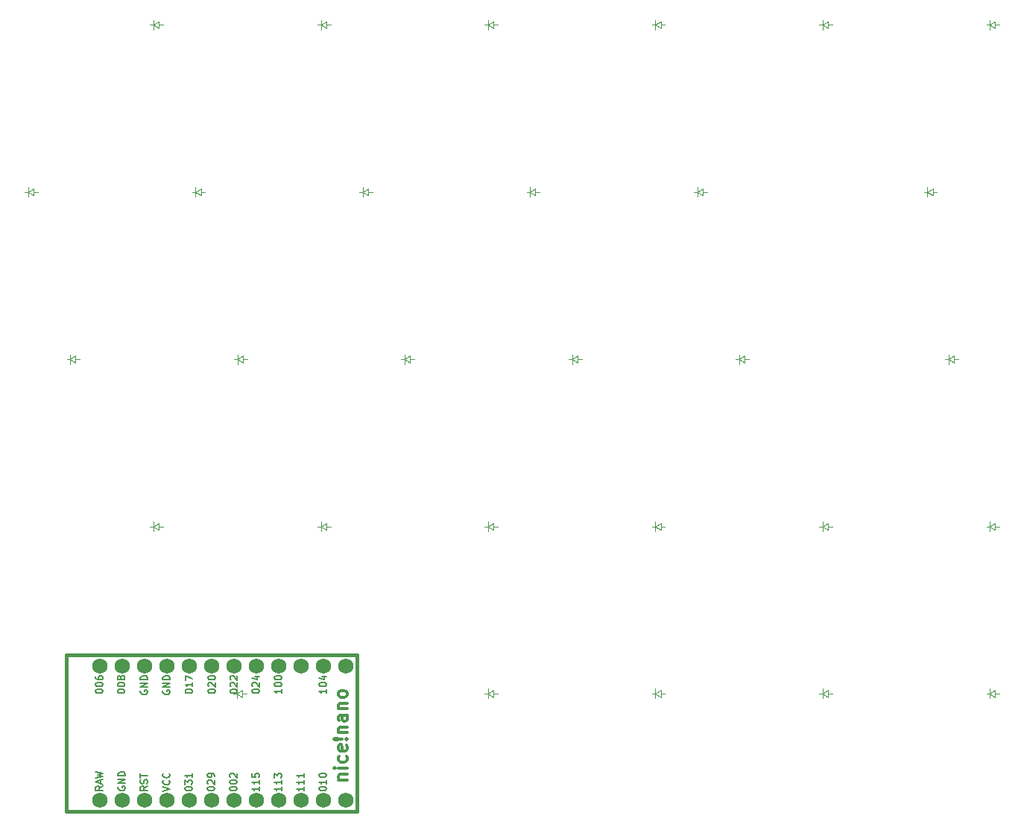
<source format=gbr>
%TF.GenerationSoftware,KiCad,Pcbnew,9.0.7*%
%TF.CreationDate,2026-01-20T23:17:06-08:00*%
%TF.ProjectId,right,72696768-742e-46b6-9963-61645f706362,v1.0.0*%
%TF.SameCoordinates,Original*%
%TF.FileFunction,Legend,Top*%
%TF.FilePolarity,Positive*%
%FSLAX46Y46*%
G04 Gerber Fmt 4.6, Leading zero omitted, Abs format (unit mm)*
G04 Created by KiCad (PCBNEW 9.0.7) date 2026-01-20 23:17:06*
%MOMM*%
%LPD*%
G01*
G04 APERTURE LIST*
%ADD10C,0.150000*%
%ADD11C,0.300000*%
%ADD12C,0.100000*%
%ADD13C,0.381000*%
%ADD14C,1.752600*%
G04 APERTURE END LIST*
D10*
X269725390Y-146148523D02*
X269687295Y-146224713D01*
X269687295Y-146224713D02*
X269687295Y-146338999D01*
X269687295Y-146338999D02*
X269725390Y-146453285D01*
X269725390Y-146453285D02*
X269801580Y-146529475D01*
X269801580Y-146529475D02*
X269877771Y-146567570D01*
X269877771Y-146567570D02*
X270030152Y-146605666D01*
X270030152Y-146605666D02*
X270144438Y-146605666D01*
X270144438Y-146605666D02*
X270296819Y-146567570D01*
X270296819Y-146567570D02*
X270373009Y-146529475D01*
X270373009Y-146529475D02*
X270449200Y-146453285D01*
X270449200Y-146453285D02*
X270487295Y-146338999D01*
X270487295Y-146338999D02*
X270487295Y-146262808D01*
X270487295Y-146262808D02*
X270449200Y-146148523D01*
X270449200Y-146148523D02*
X270411104Y-146110427D01*
X270411104Y-146110427D02*
X270144438Y-146110427D01*
X270144438Y-146110427D02*
X270144438Y-146262808D01*
X270487295Y-145767570D02*
X269687295Y-145767570D01*
X269687295Y-145767570D02*
X270487295Y-145310427D01*
X270487295Y-145310427D02*
X269687295Y-145310427D01*
X270487295Y-144929475D02*
X269687295Y-144929475D01*
X269687295Y-144929475D02*
X269687295Y-144738999D01*
X269687295Y-144738999D02*
X269725390Y-144624713D01*
X269725390Y-144624713D02*
X269801580Y-144548523D01*
X269801580Y-144548523D02*
X269877771Y-144510428D01*
X269877771Y-144510428D02*
X270030152Y-144472332D01*
X270030152Y-144472332D02*
X270144438Y-144472332D01*
X270144438Y-144472332D02*
X270296819Y-144510428D01*
X270296819Y-144510428D02*
X270373009Y-144548523D01*
X270373009Y-144548523D02*
X270449200Y-144624713D01*
X270449200Y-144624713D02*
X270487295Y-144738999D01*
X270487295Y-144738999D02*
X270487295Y-144929475D01*
X272227295Y-157337190D02*
X272227295Y-157261000D01*
X272227295Y-157261000D02*
X272265390Y-157184809D01*
X272265390Y-157184809D02*
X272303485Y-157146714D01*
X272303485Y-157146714D02*
X272379676Y-157108619D01*
X272379676Y-157108619D02*
X272532057Y-157070524D01*
X272532057Y-157070524D02*
X272722533Y-157070524D01*
X272722533Y-157070524D02*
X272874914Y-157108619D01*
X272874914Y-157108619D02*
X272951104Y-157146714D01*
X272951104Y-157146714D02*
X272989200Y-157184809D01*
X272989200Y-157184809D02*
X273027295Y-157261000D01*
X273027295Y-157261000D02*
X273027295Y-157337190D01*
X273027295Y-157337190D02*
X272989200Y-157413381D01*
X272989200Y-157413381D02*
X272951104Y-157451476D01*
X272951104Y-157451476D02*
X272874914Y-157489571D01*
X272874914Y-157489571D02*
X272722533Y-157527667D01*
X272722533Y-157527667D02*
X272532057Y-157527667D01*
X272532057Y-157527667D02*
X272379676Y-157489571D01*
X272379676Y-157489571D02*
X272303485Y-157451476D01*
X272303485Y-157451476D02*
X272265390Y-157413381D01*
X272265390Y-157413381D02*
X272227295Y-157337190D01*
X272227295Y-156803857D02*
X272227295Y-156308619D01*
X272227295Y-156308619D02*
X272532057Y-156575285D01*
X272532057Y-156575285D02*
X272532057Y-156461000D01*
X272532057Y-156461000D02*
X272570152Y-156384809D01*
X272570152Y-156384809D02*
X272608247Y-156346714D01*
X272608247Y-156346714D02*
X272684438Y-156308619D01*
X272684438Y-156308619D02*
X272874914Y-156308619D01*
X272874914Y-156308619D02*
X272951104Y-156346714D01*
X272951104Y-156346714D02*
X272989200Y-156384809D01*
X272989200Y-156384809D02*
X273027295Y-156461000D01*
X273027295Y-156461000D02*
X273027295Y-156689571D01*
X273027295Y-156689571D02*
X272989200Y-156765762D01*
X272989200Y-156765762D02*
X272951104Y-156803857D01*
X273027295Y-155546714D02*
X273027295Y-156003857D01*
X273027295Y-155775285D02*
X272227295Y-155775285D01*
X272227295Y-155775285D02*
X272341580Y-155851476D01*
X272341580Y-155851476D02*
X272417771Y-155927666D01*
X272417771Y-155927666D02*
X272455866Y-156003857D01*
X272237295Y-146262809D02*
X272237295Y-146186619D01*
X272237295Y-146186619D02*
X272275390Y-146110428D01*
X272275390Y-146110428D02*
X272313485Y-146072333D01*
X272313485Y-146072333D02*
X272389676Y-146034238D01*
X272389676Y-146034238D02*
X272542057Y-145996143D01*
X272542057Y-145996143D02*
X272732533Y-145996143D01*
X272732533Y-145996143D02*
X272884914Y-146034238D01*
X272884914Y-146034238D02*
X272961104Y-146072333D01*
X272961104Y-146072333D02*
X272999200Y-146110428D01*
X272999200Y-146110428D02*
X273037295Y-146186619D01*
X273037295Y-146186619D02*
X273037295Y-146262809D01*
X273037295Y-146262809D02*
X272999200Y-146339000D01*
X272999200Y-146339000D02*
X272961104Y-146377095D01*
X272961104Y-146377095D02*
X272884914Y-146415190D01*
X272884914Y-146415190D02*
X272732533Y-146453286D01*
X272732533Y-146453286D02*
X272542057Y-146453286D01*
X272542057Y-146453286D02*
X272389676Y-146415190D01*
X272389676Y-146415190D02*
X272313485Y-146377095D01*
X272313485Y-146377095D02*
X272275390Y-146339000D01*
X272275390Y-146339000D02*
X272237295Y-146262809D01*
X273037295Y-145234238D02*
X273037295Y-145691381D01*
X273037295Y-145462809D02*
X272237295Y-145462809D01*
X272237295Y-145462809D02*
X272351580Y-145539000D01*
X272351580Y-145539000D02*
X272427771Y-145615190D01*
X272427771Y-145615190D02*
X272465866Y-145691381D01*
X272237295Y-144967571D02*
X272237295Y-144434237D01*
X272237295Y-144434237D02*
X273037295Y-144777095D01*
X269687295Y-157603857D02*
X270487295Y-157337190D01*
X270487295Y-157337190D02*
X269687295Y-157070524D01*
X270411104Y-156346714D02*
X270449200Y-156384810D01*
X270449200Y-156384810D02*
X270487295Y-156499095D01*
X270487295Y-156499095D02*
X270487295Y-156575286D01*
X270487295Y-156575286D02*
X270449200Y-156689572D01*
X270449200Y-156689572D02*
X270373009Y-156765762D01*
X270373009Y-156765762D02*
X270296819Y-156803857D01*
X270296819Y-156803857D02*
X270144438Y-156841953D01*
X270144438Y-156841953D02*
X270030152Y-156841953D01*
X270030152Y-156841953D02*
X269877771Y-156803857D01*
X269877771Y-156803857D02*
X269801580Y-156765762D01*
X269801580Y-156765762D02*
X269725390Y-156689572D01*
X269725390Y-156689572D02*
X269687295Y-156575286D01*
X269687295Y-156575286D02*
X269687295Y-156499095D01*
X269687295Y-156499095D02*
X269725390Y-156384810D01*
X269725390Y-156384810D02*
X269763485Y-156346714D01*
X270411104Y-155546714D02*
X270449200Y-155584810D01*
X270449200Y-155584810D02*
X270487295Y-155699095D01*
X270487295Y-155699095D02*
X270487295Y-155775286D01*
X270487295Y-155775286D02*
X270449200Y-155889572D01*
X270449200Y-155889572D02*
X270373009Y-155965762D01*
X270373009Y-155965762D02*
X270296819Y-156003857D01*
X270296819Y-156003857D02*
X270144438Y-156041953D01*
X270144438Y-156041953D02*
X270030152Y-156041953D01*
X270030152Y-156041953D02*
X269877771Y-156003857D01*
X269877771Y-156003857D02*
X269801580Y-155965762D01*
X269801580Y-155965762D02*
X269725390Y-155889572D01*
X269725390Y-155889572D02*
X269687295Y-155775286D01*
X269687295Y-155775286D02*
X269687295Y-155699095D01*
X269687295Y-155699095D02*
X269725390Y-155584810D01*
X269725390Y-155584810D02*
X269763485Y-155546714D01*
X274837295Y-146262809D02*
X274837295Y-146186619D01*
X274837295Y-146186619D02*
X274875390Y-146110428D01*
X274875390Y-146110428D02*
X274913485Y-146072333D01*
X274913485Y-146072333D02*
X274989676Y-146034238D01*
X274989676Y-146034238D02*
X275142057Y-145996143D01*
X275142057Y-145996143D02*
X275332533Y-145996143D01*
X275332533Y-145996143D02*
X275484914Y-146034238D01*
X275484914Y-146034238D02*
X275561104Y-146072333D01*
X275561104Y-146072333D02*
X275599200Y-146110428D01*
X275599200Y-146110428D02*
X275637295Y-146186619D01*
X275637295Y-146186619D02*
X275637295Y-146262809D01*
X275637295Y-146262809D02*
X275599200Y-146339000D01*
X275599200Y-146339000D02*
X275561104Y-146377095D01*
X275561104Y-146377095D02*
X275484914Y-146415190D01*
X275484914Y-146415190D02*
X275332533Y-146453286D01*
X275332533Y-146453286D02*
X275142057Y-146453286D01*
X275142057Y-146453286D02*
X274989676Y-146415190D01*
X274989676Y-146415190D02*
X274913485Y-146377095D01*
X274913485Y-146377095D02*
X274875390Y-146339000D01*
X274875390Y-146339000D02*
X274837295Y-146262809D01*
X274913485Y-145691381D02*
X274875390Y-145653285D01*
X274875390Y-145653285D02*
X274837295Y-145577095D01*
X274837295Y-145577095D02*
X274837295Y-145386619D01*
X274837295Y-145386619D02*
X274875390Y-145310428D01*
X274875390Y-145310428D02*
X274913485Y-145272333D01*
X274913485Y-145272333D02*
X274989676Y-145234238D01*
X274989676Y-145234238D02*
X275065866Y-145234238D01*
X275065866Y-145234238D02*
X275180152Y-145272333D01*
X275180152Y-145272333D02*
X275637295Y-145729476D01*
X275637295Y-145729476D02*
X275637295Y-145234238D01*
X274837295Y-144738999D02*
X274837295Y-144662809D01*
X274837295Y-144662809D02*
X274875390Y-144586618D01*
X274875390Y-144586618D02*
X274913485Y-144548523D01*
X274913485Y-144548523D02*
X274989676Y-144510428D01*
X274989676Y-144510428D02*
X275142057Y-144472333D01*
X275142057Y-144472333D02*
X275332533Y-144472333D01*
X275332533Y-144472333D02*
X275484914Y-144510428D01*
X275484914Y-144510428D02*
X275561104Y-144548523D01*
X275561104Y-144548523D02*
X275599200Y-144586618D01*
X275599200Y-144586618D02*
X275637295Y-144662809D01*
X275637295Y-144662809D02*
X275637295Y-144738999D01*
X275637295Y-144738999D02*
X275599200Y-144815190D01*
X275599200Y-144815190D02*
X275561104Y-144853285D01*
X275561104Y-144853285D02*
X275484914Y-144891380D01*
X275484914Y-144891380D02*
X275332533Y-144929476D01*
X275332533Y-144929476D02*
X275142057Y-144929476D01*
X275142057Y-144929476D02*
X274989676Y-144891380D01*
X274989676Y-144891380D02*
X274913485Y-144853285D01*
X274913485Y-144853285D02*
X274875390Y-144815190D01*
X274875390Y-144815190D02*
X274837295Y-144738999D01*
X280647295Y-157070524D02*
X280647295Y-157527667D01*
X280647295Y-157299095D02*
X279847295Y-157299095D01*
X279847295Y-157299095D02*
X279961580Y-157375286D01*
X279961580Y-157375286D02*
X280037771Y-157451476D01*
X280037771Y-157451476D02*
X280075866Y-157527667D01*
X280647295Y-156308619D02*
X280647295Y-156765762D01*
X280647295Y-156537190D02*
X279847295Y-156537190D01*
X279847295Y-156537190D02*
X279961580Y-156613381D01*
X279961580Y-156613381D02*
X280037771Y-156689571D01*
X280037771Y-156689571D02*
X280075866Y-156765762D01*
X279847295Y-155584809D02*
X279847295Y-155965761D01*
X279847295Y-155965761D02*
X280228247Y-156003857D01*
X280228247Y-156003857D02*
X280190152Y-155965761D01*
X280190152Y-155965761D02*
X280152057Y-155889571D01*
X280152057Y-155889571D02*
X280152057Y-155699095D01*
X280152057Y-155699095D02*
X280190152Y-155622904D01*
X280190152Y-155622904D02*
X280228247Y-155584809D01*
X280228247Y-155584809D02*
X280304438Y-155546714D01*
X280304438Y-155546714D02*
X280494914Y-155546714D01*
X280494914Y-155546714D02*
X280571104Y-155584809D01*
X280571104Y-155584809D02*
X280609200Y-155622904D01*
X280609200Y-155622904D02*
X280647295Y-155699095D01*
X280647295Y-155699095D02*
X280647295Y-155889571D01*
X280647295Y-155889571D02*
X280609200Y-155965761D01*
X280609200Y-155965761D02*
X280571104Y-156003857D01*
X277337295Y-146262809D02*
X277337295Y-146186619D01*
X277337295Y-146186619D02*
X277375390Y-146110428D01*
X277375390Y-146110428D02*
X277413485Y-146072333D01*
X277413485Y-146072333D02*
X277489676Y-146034238D01*
X277489676Y-146034238D02*
X277642057Y-145996143D01*
X277642057Y-145996143D02*
X277832533Y-145996143D01*
X277832533Y-145996143D02*
X277984914Y-146034238D01*
X277984914Y-146034238D02*
X278061104Y-146072333D01*
X278061104Y-146072333D02*
X278099200Y-146110428D01*
X278099200Y-146110428D02*
X278137295Y-146186619D01*
X278137295Y-146186619D02*
X278137295Y-146262809D01*
X278137295Y-146262809D02*
X278099200Y-146339000D01*
X278099200Y-146339000D02*
X278061104Y-146377095D01*
X278061104Y-146377095D02*
X277984914Y-146415190D01*
X277984914Y-146415190D02*
X277832533Y-146453286D01*
X277832533Y-146453286D02*
X277642057Y-146453286D01*
X277642057Y-146453286D02*
X277489676Y-146415190D01*
X277489676Y-146415190D02*
X277413485Y-146377095D01*
X277413485Y-146377095D02*
X277375390Y-146339000D01*
X277375390Y-146339000D02*
X277337295Y-146262809D01*
X277413485Y-145691381D02*
X277375390Y-145653285D01*
X277375390Y-145653285D02*
X277337295Y-145577095D01*
X277337295Y-145577095D02*
X277337295Y-145386619D01*
X277337295Y-145386619D02*
X277375390Y-145310428D01*
X277375390Y-145310428D02*
X277413485Y-145272333D01*
X277413485Y-145272333D02*
X277489676Y-145234238D01*
X277489676Y-145234238D02*
X277565866Y-145234238D01*
X277565866Y-145234238D02*
X277680152Y-145272333D01*
X277680152Y-145272333D02*
X278137295Y-145729476D01*
X278137295Y-145729476D02*
X278137295Y-145234238D01*
X277413485Y-144929476D02*
X277375390Y-144891380D01*
X277375390Y-144891380D02*
X277337295Y-144815190D01*
X277337295Y-144815190D02*
X277337295Y-144624714D01*
X277337295Y-144624714D02*
X277375390Y-144548523D01*
X277375390Y-144548523D02*
X277413485Y-144510428D01*
X277413485Y-144510428D02*
X277489676Y-144472333D01*
X277489676Y-144472333D02*
X277565866Y-144472333D01*
X277565866Y-144472333D02*
X277680152Y-144510428D01*
X277680152Y-144510428D02*
X278137295Y-144967571D01*
X278137295Y-144967571D02*
X278137295Y-144472333D01*
X274767295Y-157337190D02*
X274767295Y-157261000D01*
X274767295Y-157261000D02*
X274805390Y-157184809D01*
X274805390Y-157184809D02*
X274843485Y-157146714D01*
X274843485Y-157146714D02*
X274919676Y-157108619D01*
X274919676Y-157108619D02*
X275072057Y-157070524D01*
X275072057Y-157070524D02*
X275262533Y-157070524D01*
X275262533Y-157070524D02*
X275414914Y-157108619D01*
X275414914Y-157108619D02*
X275491104Y-157146714D01*
X275491104Y-157146714D02*
X275529200Y-157184809D01*
X275529200Y-157184809D02*
X275567295Y-157261000D01*
X275567295Y-157261000D02*
X275567295Y-157337190D01*
X275567295Y-157337190D02*
X275529200Y-157413381D01*
X275529200Y-157413381D02*
X275491104Y-157451476D01*
X275491104Y-157451476D02*
X275414914Y-157489571D01*
X275414914Y-157489571D02*
X275262533Y-157527667D01*
X275262533Y-157527667D02*
X275072057Y-157527667D01*
X275072057Y-157527667D02*
X274919676Y-157489571D01*
X274919676Y-157489571D02*
X274843485Y-157451476D01*
X274843485Y-157451476D02*
X274805390Y-157413381D01*
X274805390Y-157413381D02*
X274767295Y-157337190D01*
X274843485Y-156765762D02*
X274805390Y-156727666D01*
X274805390Y-156727666D02*
X274767295Y-156651476D01*
X274767295Y-156651476D02*
X274767295Y-156461000D01*
X274767295Y-156461000D02*
X274805390Y-156384809D01*
X274805390Y-156384809D02*
X274843485Y-156346714D01*
X274843485Y-156346714D02*
X274919676Y-156308619D01*
X274919676Y-156308619D02*
X274995866Y-156308619D01*
X274995866Y-156308619D02*
X275110152Y-156346714D01*
X275110152Y-156346714D02*
X275567295Y-156803857D01*
X275567295Y-156803857D02*
X275567295Y-156308619D01*
X275567295Y-155927666D02*
X275567295Y-155775285D01*
X275567295Y-155775285D02*
X275529200Y-155699095D01*
X275529200Y-155699095D02*
X275491104Y-155660999D01*
X275491104Y-155660999D02*
X275376819Y-155584809D01*
X275376819Y-155584809D02*
X275224438Y-155546714D01*
X275224438Y-155546714D02*
X274919676Y-155546714D01*
X274919676Y-155546714D02*
X274843485Y-155584809D01*
X274843485Y-155584809D02*
X274805390Y-155622904D01*
X274805390Y-155622904D02*
X274767295Y-155699095D01*
X274767295Y-155699095D02*
X274767295Y-155851476D01*
X274767295Y-155851476D02*
X274805390Y-155927666D01*
X274805390Y-155927666D02*
X274843485Y-155965761D01*
X274843485Y-155965761D02*
X274919676Y-156003857D01*
X274919676Y-156003857D02*
X275110152Y-156003857D01*
X275110152Y-156003857D02*
X275186342Y-155965761D01*
X275186342Y-155965761D02*
X275224438Y-155927666D01*
X275224438Y-155927666D02*
X275262533Y-155851476D01*
X275262533Y-155851476D02*
X275262533Y-155699095D01*
X275262533Y-155699095D02*
X275224438Y-155622904D01*
X275224438Y-155622904D02*
X275186342Y-155584809D01*
X275186342Y-155584809D02*
X275110152Y-155546714D01*
X264537295Y-146262809D02*
X264537295Y-146186619D01*
X264537295Y-146186619D02*
X264575390Y-146110428D01*
X264575390Y-146110428D02*
X264613485Y-146072333D01*
X264613485Y-146072333D02*
X264689676Y-146034238D01*
X264689676Y-146034238D02*
X264842057Y-145996143D01*
X264842057Y-145996143D02*
X265032533Y-145996143D01*
X265032533Y-145996143D02*
X265184914Y-146034238D01*
X265184914Y-146034238D02*
X265261104Y-146072333D01*
X265261104Y-146072333D02*
X265299200Y-146110428D01*
X265299200Y-146110428D02*
X265337295Y-146186619D01*
X265337295Y-146186619D02*
X265337295Y-146262809D01*
X265337295Y-146262809D02*
X265299200Y-146339000D01*
X265299200Y-146339000D02*
X265261104Y-146377095D01*
X265261104Y-146377095D02*
X265184914Y-146415190D01*
X265184914Y-146415190D02*
X265032533Y-146453286D01*
X265032533Y-146453286D02*
X264842057Y-146453286D01*
X264842057Y-146453286D02*
X264689676Y-146415190D01*
X264689676Y-146415190D02*
X264613485Y-146377095D01*
X264613485Y-146377095D02*
X264575390Y-146339000D01*
X264575390Y-146339000D02*
X264537295Y-146262809D01*
X264537295Y-145500904D02*
X264537295Y-145424714D01*
X264537295Y-145424714D02*
X264575390Y-145348523D01*
X264575390Y-145348523D02*
X264613485Y-145310428D01*
X264613485Y-145310428D02*
X264689676Y-145272333D01*
X264689676Y-145272333D02*
X264842057Y-145234238D01*
X264842057Y-145234238D02*
X265032533Y-145234238D01*
X265032533Y-145234238D02*
X265184914Y-145272333D01*
X265184914Y-145272333D02*
X265261104Y-145310428D01*
X265261104Y-145310428D02*
X265299200Y-145348523D01*
X265299200Y-145348523D02*
X265337295Y-145424714D01*
X265337295Y-145424714D02*
X265337295Y-145500904D01*
X265337295Y-145500904D02*
X265299200Y-145577095D01*
X265299200Y-145577095D02*
X265261104Y-145615190D01*
X265261104Y-145615190D02*
X265184914Y-145653285D01*
X265184914Y-145653285D02*
X265032533Y-145691381D01*
X265032533Y-145691381D02*
X264842057Y-145691381D01*
X264842057Y-145691381D02*
X264689676Y-145653285D01*
X264689676Y-145653285D02*
X264613485Y-145615190D01*
X264613485Y-145615190D02*
X264575390Y-145577095D01*
X264575390Y-145577095D02*
X264537295Y-145500904D01*
X264880152Y-144777095D02*
X264842057Y-144853285D01*
X264842057Y-144853285D02*
X264803961Y-144891380D01*
X264803961Y-144891380D02*
X264727771Y-144929476D01*
X264727771Y-144929476D02*
X264689676Y-144929476D01*
X264689676Y-144929476D02*
X264613485Y-144891380D01*
X264613485Y-144891380D02*
X264575390Y-144853285D01*
X264575390Y-144853285D02*
X264537295Y-144777095D01*
X264537295Y-144777095D02*
X264537295Y-144624714D01*
X264537295Y-144624714D02*
X264575390Y-144548523D01*
X264575390Y-144548523D02*
X264613485Y-144510428D01*
X264613485Y-144510428D02*
X264689676Y-144472333D01*
X264689676Y-144472333D02*
X264727771Y-144472333D01*
X264727771Y-144472333D02*
X264803961Y-144510428D01*
X264803961Y-144510428D02*
X264842057Y-144548523D01*
X264842057Y-144548523D02*
X264880152Y-144624714D01*
X264880152Y-144624714D02*
X264880152Y-144777095D01*
X264880152Y-144777095D02*
X264918247Y-144853285D01*
X264918247Y-144853285D02*
X264956342Y-144891380D01*
X264956342Y-144891380D02*
X265032533Y-144929476D01*
X265032533Y-144929476D02*
X265184914Y-144929476D01*
X265184914Y-144929476D02*
X265261104Y-144891380D01*
X265261104Y-144891380D02*
X265299200Y-144853285D01*
X265299200Y-144853285D02*
X265337295Y-144777095D01*
X265337295Y-144777095D02*
X265337295Y-144624714D01*
X265337295Y-144624714D02*
X265299200Y-144548523D01*
X265299200Y-144548523D02*
X265261104Y-144510428D01*
X265261104Y-144510428D02*
X265184914Y-144472333D01*
X265184914Y-144472333D02*
X265032533Y-144472333D01*
X265032533Y-144472333D02*
X264956342Y-144510428D01*
X264956342Y-144510428D02*
X264918247Y-144548523D01*
X264918247Y-144548523D02*
X264880152Y-144624714D01*
X262867295Y-157026095D02*
X262486342Y-157292762D01*
X262867295Y-157483238D02*
X262067295Y-157483238D01*
X262067295Y-157483238D02*
X262067295Y-157178476D01*
X262067295Y-157178476D02*
X262105390Y-157102286D01*
X262105390Y-157102286D02*
X262143485Y-157064191D01*
X262143485Y-157064191D02*
X262219676Y-157026095D01*
X262219676Y-157026095D02*
X262333961Y-157026095D01*
X262333961Y-157026095D02*
X262410152Y-157064191D01*
X262410152Y-157064191D02*
X262448247Y-157102286D01*
X262448247Y-157102286D02*
X262486342Y-157178476D01*
X262486342Y-157178476D02*
X262486342Y-157483238D01*
X262638723Y-156721334D02*
X262638723Y-156340381D01*
X262867295Y-156797524D02*
X262067295Y-156530857D01*
X262067295Y-156530857D02*
X262867295Y-156264191D01*
X262067295Y-156073715D02*
X262867295Y-155883239D01*
X262867295Y-155883239D02*
X262295866Y-155730858D01*
X262295866Y-155730858D02*
X262867295Y-155578477D01*
X262867295Y-155578477D02*
X262067295Y-155388001D01*
X279847295Y-146262809D02*
X279847295Y-146186619D01*
X279847295Y-146186619D02*
X279885390Y-146110428D01*
X279885390Y-146110428D02*
X279923485Y-146072333D01*
X279923485Y-146072333D02*
X279999676Y-146034238D01*
X279999676Y-146034238D02*
X280152057Y-145996143D01*
X280152057Y-145996143D02*
X280342533Y-145996143D01*
X280342533Y-145996143D02*
X280494914Y-146034238D01*
X280494914Y-146034238D02*
X280571104Y-146072333D01*
X280571104Y-146072333D02*
X280609200Y-146110428D01*
X280609200Y-146110428D02*
X280647295Y-146186619D01*
X280647295Y-146186619D02*
X280647295Y-146262809D01*
X280647295Y-146262809D02*
X280609200Y-146339000D01*
X280609200Y-146339000D02*
X280571104Y-146377095D01*
X280571104Y-146377095D02*
X280494914Y-146415190D01*
X280494914Y-146415190D02*
X280342533Y-146453286D01*
X280342533Y-146453286D02*
X280152057Y-146453286D01*
X280152057Y-146453286D02*
X279999676Y-146415190D01*
X279999676Y-146415190D02*
X279923485Y-146377095D01*
X279923485Y-146377095D02*
X279885390Y-146339000D01*
X279885390Y-146339000D02*
X279847295Y-146262809D01*
X279923485Y-145691381D02*
X279885390Y-145653285D01*
X279885390Y-145653285D02*
X279847295Y-145577095D01*
X279847295Y-145577095D02*
X279847295Y-145386619D01*
X279847295Y-145386619D02*
X279885390Y-145310428D01*
X279885390Y-145310428D02*
X279923485Y-145272333D01*
X279923485Y-145272333D02*
X279999676Y-145234238D01*
X279999676Y-145234238D02*
X280075866Y-145234238D01*
X280075866Y-145234238D02*
X280190152Y-145272333D01*
X280190152Y-145272333D02*
X280647295Y-145729476D01*
X280647295Y-145729476D02*
X280647295Y-145234238D01*
X280113961Y-144548523D02*
X280647295Y-144548523D01*
X279809200Y-144738999D02*
X280380628Y-144929476D01*
X280380628Y-144929476D02*
X280380628Y-144434237D01*
X287467295Y-157337190D02*
X287467295Y-157261000D01*
X287467295Y-157261000D02*
X287505390Y-157184809D01*
X287505390Y-157184809D02*
X287543485Y-157146714D01*
X287543485Y-157146714D02*
X287619676Y-157108619D01*
X287619676Y-157108619D02*
X287772057Y-157070524D01*
X287772057Y-157070524D02*
X287962533Y-157070524D01*
X287962533Y-157070524D02*
X288114914Y-157108619D01*
X288114914Y-157108619D02*
X288191104Y-157146714D01*
X288191104Y-157146714D02*
X288229200Y-157184809D01*
X288229200Y-157184809D02*
X288267295Y-157261000D01*
X288267295Y-157261000D02*
X288267295Y-157337190D01*
X288267295Y-157337190D02*
X288229200Y-157413381D01*
X288229200Y-157413381D02*
X288191104Y-157451476D01*
X288191104Y-157451476D02*
X288114914Y-157489571D01*
X288114914Y-157489571D02*
X287962533Y-157527667D01*
X287962533Y-157527667D02*
X287772057Y-157527667D01*
X287772057Y-157527667D02*
X287619676Y-157489571D01*
X287619676Y-157489571D02*
X287543485Y-157451476D01*
X287543485Y-157451476D02*
X287505390Y-157413381D01*
X287505390Y-157413381D02*
X287467295Y-157337190D01*
X288267295Y-156308619D02*
X288267295Y-156765762D01*
X288267295Y-156537190D02*
X287467295Y-156537190D01*
X287467295Y-156537190D02*
X287581580Y-156613381D01*
X287581580Y-156613381D02*
X287657771Y-156689571D01*
X287657771Y-156689571D02*
X287695866Y-156765762D01*
X287467295Y-155813380D02*
X287467295Y-155737190D01*
X287467295Y-155737190D02*
X287505390Y-155660999D01*
X287505390Y-155660999D02*
X287543485Y-155622904D01*
X287543485Y-155622904D02*
X287619676Y-155584809D01*
X287619676Y-155584809D02*
X287772057Y-155546714D01*
X287772057Y-155546714D02*
X287962533Y-155546714D01*
X287962533Y-155546714D02*
X288114914Y-155584809D01*
X288114914Y-155584809D02*
X288191104Y-155622904D01*
X288191104Y-155622904D02*
X288229200Y-155660999D01*
X288229200Y-155660999D02*
X288267295Y-155737190D01*
X288267295Y-155737190D02*
X288267295Y-155813380D01*
X288267295Y-155813380D02*
X288229200Y-155889571D01*
X288229200Y-155889571D02*
X288191104Y-155927666D01*
X288191104Y-155927666D02*
X288114914Y-155965761D01*
X288114914Y-155965761D02*
X287962533Y-156003857D01*
X287962533Y-156003857D02*
X287772057Y-156003857D01*
X287772057Y-156003857D02*
X287619676Y-155965761D01*
X287619676Y-155965761D02*
X287543485Y-155927666D01*
X287543485Y-155927666D02*
X287505390Y-155889571D01*
X287505390Y-155889571D02*
X287467295Y-155813380D01*
X283187295Y-145996143D02*
X283187295Y-146453286D01*
X283187295Y-146224714D02*
X282387295Y-146224714D01*
X282387295Y-146224714D02*
X282501580Y-146300905D01*
X282501580Y-146300905D02*
X282577771Y-146377095D01*
X282577771Y-146377095D02*
X282615866Y-146453286D01*
X282387295Y-145500904D02*
X282387295Y-145424714D01*
X282387295Y-145424714D02*
X282425390Y-145348523D01*
X282425390Y-145348523D02*
X282463485Y-145310428D01*
X282463485Y-145310428D02*
X282539676Y-145272333D01*
X282539676Y-145272333D02*
X282692057Y-145234238D01*
X282692057Y-145234238D02*
X282882533Y-145234238D01*
X282882533Y-145234238D02*
X283034914Y-145272333D01*
X283034914Y-145272333D02*
X283111104Y-145310428D01*
X283111104Y-145310428D02*
X283149200Y-145348523D01*
X283149200Y-145348523D02*
X283187295Y-145424714D01*
X283187295Y-145424714D02*
X283187295Y-145500904D01*
X283187295Y-145500904D02*
X283149200Y-145577095D01*
X283149200Y-145577095D02*
X283111104Y-145615190D01*
X283111104Y-145615190D02*
X283034914Y-145653285D01*
X283034914Y-145653285D02*
X282882533Y-145691381D01*
X282882533Y-145691381D02*
X282692057Y-145691381D01*
X282692057Y-145691381D02*
X282539676Y-145653285D01*
X282539676Y-145653285D02*
X282463485Y-145615190D01*
X282463485Y-145615190D02*
X282425390Y-145577095D01*
X282425390Y-145577095D02*
X282387295Y-145500904D01*
X282387295Y-144738999D02*
X282387295Y-144662809D01*
X282387295Y-144662809D02*
X282425390Y-144586618D01*
X282425390Y-144586618D02*
X282463485Y-144548523D01*
X282463485Y-144548523D02*
X282539676Y-144510428D01*
X282539676Y-144510428D02*
X282692057Y-144472333D01*
X282692057Y-144472333D02*
X282882533Y-144472333D01*
X282882533Y-144472333D02*
X283034914Y-144510428D01*
X283034914Y-144510428D02*
X283111104Y-144548523D01*
X283111104Y-144548523D02*
X283149200Y-144586618D01*
X283149200Y-144586618D02*
X283187295Y-144662809D01*
X283187295Y-144662809D02*
X283187295Y-144738999D01*
X283187295Y-144738999D02*
X283149200Y-144815190D01*
X283149200Y-144815190D02*
X283111104Y-144853285D01*
X283111104Y-144853285D02*
X283034914Y-144891380D01*
X283034914Y-144891380D02*
X282882533Y-144929476D01*
X282882533Y-144929476D02*
X282692057Y-144929476D01*
X282692057Y-144929476D02*
X282539676Y-144891380D01*
X282539676Y-144891380D02*
X282463485Y-144853285D01*
X282463485Y-144853285D02*
X282425390Y-144815190D01*
X282425390Y-144815190D02*
X282387295Y-144738999D01*
X283187295Y-157070524D02*
X283187295Y-157527667D01*
X283187295Y-157299095D02*
X282387295Y-157299095D01*
X282387295Y-157299095D02*
X282501580Y-157375286D01*
X282501580Y-157375286D02*
X282577771Y-157451476D01*
X282577771Y-157451476D02*
X282615866Y-157527667D01*
X283187295Y-156308619D02*
X283187295Y-156765762D01*
X283187295Y-156537190D02*
X282387295Y-156537190D01*
X282387295Y-156537190D02*
X282501580Y-156613381D01*
X282501580Y-156613381D02*
X282577771Y-156689571D01*
X282577771Y-156689571D02*
X282615866Y-156765762D01*
X282387295Y-156041952D02*
X282387295Y-155546714D01*
X282387295Y-155546714D02*
X282692057Y-155813380D01*
X282692057Y-155813380D02*
X282692057Y-155699095D01*
X282692057Y-155699095D02*
X282730152Y-155622904D01*
X282730152Y-155622904D02*
X282768247Y-155584809D01*
X282768247Y-155584809D02*
X282844438Y-155546714D01*
X282844438Y-155546714D02*
X283034914Y-155546714D01*
X283034914Y-155546714D02*
X283111104Y-155584809D01*
X283111104Y-155584809D02*
X283149200Y-155622904D01*
X283149200Y-155622904D02*
X283187295Y-155699095D01*
X283187295Y-155699095D02*
X283187295Y-155927666D01*
X283187295Y-155927666D02*
X283149200Y-156003857D01*
X283149200Y-156003857D02*
X283111104Y-156041952D01*
X277307295Y-157337190D02*
X277307295Y-157261000D01*
X277307295Y-157261000D02*
X277345390Y-157184809D01*
X277345390Y-157184809D02*
X277383485Y-157146714D01*
X277383485Y-157146714D02*
X277459676Y-157108619D01*
X277459676Y-157108619D02*
X277612057Y-157070524D01*
X277612057Y-157070524D02*
X277802533Y-157070524D01*
X277802533Y-157070524D02*
X277954914Y-157108619D01*
X277954914Y-157108619D02*
X278031104Y-157146714D01*
X278031104Y-157146714D02*
X278069200Y-157184809D01*
X278069200Y-157184809D02*
X278107295Y-157261000D01*
X278107295Y-157261000D02*
X278107295Y-157337190D01*
X278107295Y-157337190D02*
X278069200Y-157413381D01*
X278069200Y-157413381D02*
X278031104Y-157451476D01*
X278031104Y-157451476D02*
X277954914Y-157489571D01*
X277954914Y-157489571D02*
X277802533Y-157527667D01*
X277802533Y-157527667D02*
X277612057Y-157527667D01*
X277612057Y-157527667D02*
X277459676Y-157489571D01*
X277459676Y-157489571D02*
X277383485Y-157451476D01*
X277383485Y-157451476D02*
X277345390Y-157413381D01*
X277345390Y-157413381D02*
X277307295Y-157337190D01*
X277307295Y-156575285D02*
X277307295Y-156499095D01*
X277307295Y-156499095D02*
X277345390Y-156422904D01*
X277345390Y-156422904D02*
X277383485Y-156384809D01*
X277383485Y-156384809D02*
X277459676Y-156346714D01*
X277459676Y-156346714D02*
X277612057Y-156308619D01*
X277612057Y-156308619D02*
X277802533Y-156308619D01*
X277802533Y-156308619D02*
X277954914Y-156346714D01*
X277954914Y-156346714D02*
X278031104Y-156384809D01*
X278031104Y-156384809D02*
X278069200Y-156422904D01*
X278069200Y-156422904D02*
X278107295Y-156499095D01*
X278107295Y-156499095D02*
X278107295Y-156575285D01*
X278107295Y-156575285D02*
X278069200Y-156651476D01*
X278069200Y-156651476D02*
X278031104Y-156689571D01*
X278031104Y-156689571D02*
X277954914Y-156727666D01*
X277954914Y-156727666D02*
X277802533Y-156765762D01*
X277802533Y-156765762D02*
X277612057Y-156765762D01*
X277612057Y-156765762D02*
X277459676Y-156727666D01*
X277459676Y-156727666D02*
X277383485Y-156689571D01*
X277383485Y-156689571D02*
X277345390Y-156651476D01*
X277345390Y-156651476D02*
X277307295Y-156575285D01*
X277383485Y-156003857D02*
X277345390Y-155965761D01*
X277345390Y-155965761D02*
X277307295Y-155889571D01*
X277307295Y-155889571D02*
X277307295Y-155699095D01*
X277307295Y-155699095D02*
X277345390Y-155622904D01*
X277345390Y-155622904D02*
X277383485Y-155584809D01*
X277383485Y-155584809D02*
X277459676Y-155546714D01*
X277459676Y-155546714D02*
X277535866Y-155546714D01*
X277535866Y-155546714D02*
X277650152Y-155584809D01*
X277650152Y-155584809D02*
X278107295Y-156041952D01*
X278107295Y-156041952D02*
X278107295Y-155546714D01*
X267947295Y-157026094D02*
X267566342Y-157292761D01*
X267947295Y-157483237D02*
X267147295Y-157483237D01*
X267147295Y-157483237D02*
X267147295Y-157178475D01*
X267147295Y-157178475D02*
X267185390Y-157102285D01*
X267185390Y-157102285D02*
X267223485Y-157064190D01*
X267223485Y-157064190D02*
X267299676Y-157026094D01*
X267299676Y-157026094D02*
X267413961Y-157026094D01*
X267413961Y-157026094D02*
X267490152Y-157064190D01*
X267490152Y-157064190D02*
X267528247Y-157102285D01*
X267528247Y-157102285D02*
X267566342Y-157178475D01*
X267566342Y-157178475D02*
X267566342Y-157483237D01*
X267909200Y-156721333D02*
X267947295Y-156607047D01*
X267947295Y-156607047D02*
X267947295Y-156416571D01*
X267947295Y-156416571D02*
X267909200Y-156340380D01*
X267909200Y-156340380D02*
X267871104Y-156302285D01*
X267871104Y-156302285D02*
X267794914Y-156264190D01*
X267794914Y-156264190D02*
X267718723Y-156264190D01*
X267718723Y-156264190D02*
X267642533Y-156302285D01*
X267642533Y-156302285D02*
X267604438Y-156340380D01*
X267604438Y-156340380D02*
X267566342Y-156416571D01*
X267566342Y-156416571D02*
X267528247Y-156568952D01*
X267528247Y-156568952D02*
X267490152Y-156645142D01*
X267490152Y-156645142D02*
X267452057Y-156683237D01*
X267452057Y-156683237D02*
X267375866Y-156721333D01*
X267375866Y-156721333D02*
X267299676Y-156721333D01*
X267299676Y-156721333D02*
X267223485Y-156683237D01*
X267223485Y-156683237D02*
X267185390Y-156645142D01*
X267185390Y-156645142D02*
X267147295Y-156568952D01*
X267147295Y-156568952D02*
X267147295Y-156378475D01*
X267147295Y-156378475D02*
X267185390Y-156264190D01*
X267147295Y-156035618D02*
X267147295Y-155578475D01*
X267947295Y-155807047D02*
X267147295Y-155807047D01*
X285727295Y-157070524D02*
X285727295Y-157527667D01*
X285727295Y-157299095D02*
X284927295Y-157299095D01*
X284927295Y-157299095D02*
X285041580Y-157375286D01*
X285041580Y-157375286D02*
X285117771Y-157451476D01*
X285117771Y-157451476D02*
X285155866Y-157527667D01*
X285727295Y-156308619D02*
X285727295Y-156765762D01*
X285727295Y-156537190D02*
X284927295Y-156537190D01*
X284927295Y-156537190D02*
X285041580Y-156613381D01*
X285041580Y-156613381D02*
X285117771Y-156689571D01*
X285117771Y-156689571D02*
X285155866Y-156765762D01*
X285727295Y-155546714D02*
X285727295Y-156003857D01*
X285727295Y-155775285D02*
X284927295Y-155775285D01*
X284927295Y-155775285D02*
X285041580Y-155851476D01*
X285041580Y-155851476D02*
X285117771Y-155927666D01*
X285117771Y-155927666D02*
X285155866Y-156003857D01*
D11*
X289615328Y-156289714D02*
X290615328Y-156289714D01*
X289758185Y-156289714D02*
X289686757Y-156218285D01*
X289686757Y-156218285D02*
X289615328Y-156075428D01*
X289615328Y-156075428D02*
X289615328Y-155861142D01*
X289615328Y-155861142D02*
X289686757Y-155718285D01*
X289686757Y-155718285D02*
X289829614Y-155646857D01*
X289829614Y-155646857D02*
X290615328Y-155646857D01*
X290615328Y-154932571D02*
X289615328Y-154932571D01*
X289115328Y-154932571D02*
X289186757Y-155003999D01*
X289186757Y-155003999D02*
X289258185Y-154932571D01*
X289258185Y-154932571D02*
X289186757Y-154861142D01*
X289186757Y-154861142D02*
X289115328Y-154932571D01*
X289115328Y-154932571D02*
X289258185Y-154932571D01*
X290543900Y-153575428D02*
X290615328Y-153718285D01*
X290615328Y-153718285D02*
X290615328Y-154003999D01*
X290615328Y-154003999D02*
X290543900Y-154146856D01*
X290543900Y-154146856D02*
X290472471Y-154218285D01*
X290472471Y-154218285D02*
X290329614Y-154289713D01*
X290329614Y-154289713D02*
X289901042Y-154289713D01*
X289901042Y-154289713D02*
X289758185Y-154218285D01*
X289758185Y-154218285D02*
X289686757Y-154146856D01*
X289686757Y-154146856D02*
X289615328Y-154003999D01*
X289615328Y-154003999D02*
X289615328Y-153718285D01*
X289615328Y-153718285D02*
X289686757Y-153575428D01*
X290543900Y-152361142D02*
X290615328Y-152503999D01*
X290615328Y-152503999D02*
X290615328Y-152789714D01*
X290615328Y-152789714D02*
X290543900Y-152932571D01*
X290543900Y-152932571D02*
X290401042Y-153003999D01*
X290401042Y-153003999D02*
X289829614Y-153003999D01*
X289829614Y-153003999D02*
X289686757Y-152932571D01*
X289686757Y-152932571D02*
X289615328Y-152789714D01*
X289615328Y-152789714D02*
X289615328Y-152503999D01*
X289615328Y-152503999D02*
X289686757Y-152361142D01*
X289686757Y-152361142D02*
X289829614Y-152289714D01*
X289829614Y-152289714D02*
X289972471Y-152289714D01*
X289972471Y-152289714D02*
X290115328Y-153003999D01*
X290472471Y-151646857D02*
X290543900Y-151575428D01*
X290543900Y-151575428D02*
X290615328Y-151646857D01*
X290615328Y-151646857D02*
X290543900Y-151718285D01*
X290543900Y-151718285D02*
X290472471Y-151646857D01*
X290472471Y-151646857D02*
X290615328Y-151646857D01*
X290043900Y-151646857D02*
X289186757Y-151718285D01*
X289186757Y-151718285D02*
X289115328Y-151646857D01*
X289115328Y-151646857D02*
X289186757Y-151575428D01*
X289186757Y-151575428D02*
X290043900Y-151646857D01*
X290043900Y-151646857D02*
X289115328Y-151646857D01*
X289615328Y-150932571D02*
X290615328Y-150932571D01*
X289758185Y-150932571D02*
X289686757Y-150861142D01*
X289686757Y-150861142D02*
X289615328Y-150718285D01*
X289615328Y-150718285D02*
X289615328Y-150503999D01*
X289615328Y-150503999D02*
X289686757Y-150361142D01*
X289686757Y-150361142D02*
X289829614Y-150289714D01*
X289829614Y-150289714D02*
X290615328Y-150289714D01*
X290615328Y-148932571D02*
X289829614Y-148932571D01*
X289829614Y-148932571D02*
X289686757Y-149003999D01*
X289686757Y-149003999D02*
X289615328Y-149146856D01*
X289615328Y-149146856D02*
X289615328Y-149432571D01*
X289615328Y-149432571D02*
X289686757Y-149575428D01*
X290543900Y-148932571D02*
X290615328Y-149075428D01*
X290615328Y-149075428D02*
X290615328Y-149432571D01*
X290615328Y-149432571D02*
X290543900Y-149575428D01*
X290543900Y-149575428D02*
X290401042Y-149646856D01*
X290401042Y-149646856D02*
X290258185Y-149646856D01*
X290258185Y-149646856D02*
X290115328Y-149575428D01*
X290115328Y-149575428D02*
X290043900Y-149432571D01*
X290043900Y-149432571D02*
X290043900Y-149075428D01*
X290043900Y-149075428D02*
X289972471Y-148932571D01*
X289615328Y-148218285D02*
X290615328Y-148218285D01*
X289758185Y-148218285D02*
X289686757Y-148146856D01*
X289686757Y-148146856D02*
X289615328Y-148003999D01*
X289615328Y-148003999D02*
X289615328Y-147789713D01*
X289615328Y-147789713D02*
X289686757Y-147646856D01*
X289686757Y-147646856D02*
X289829614Y-147575428D01*
X289829614Y-147575428D02*
X290615328Y-147575428D01*
X290615328Y-146646856D02*
X290543900Y-146789713D01*
X290543900Y-146789713D02*
X290472471Y-146861142D01*
X290472471Y-146861142D02*
X290329614Y-146932570D01*
X290329614Y-146932570D02*
X289901042Y-146932570D01*
X289901042Y-146932570D02*
X289758185Y-146861142D01*
X289758185Y-146861142D02*
X289686757Y-146789713D01*
X289686757Y-146789713D02*
X289615328Y-146646856D01*
X289615328Y-146646856D02*
X289615328Y-146432570D01*
X289615328Y-146432570D02*
X289686757Y-146289713D01*
X289686757Y-146289713D02*
X289758185Y-146218285D01*
X289758185Y-146218285D02*
X289901042Y-146146856D01*
X289901042Y-146146856D02*
X290329614Y-146146856D01*
X290329614Y-146146856D02*
X290472471Y-146218285D01*
X290472471Y-146218285D02*
X290543900Y-146289713D01*
X290543900Y-146289713D02*
X290615328Y-146432570D01*
X290615328Y-146432570D02*
X290615328Y-146646856D01*
D10*
X288267295Y-145996143D02*
X288267295Y-146453286D01*
X288267295Y-146224714D02*
X287467295Y-146224714D01*
X287467295Y-146224714D02*
X287581580Y-146300905D01*
X287581580Y-146300905D02*
X287657771Y-146377095D01*
X287657771Y-146377095D02*
X287695866Y-146453286D01*
X287467295Y-145500904D02*
X287467295Y-145424714D01*
X287467295Y-145424714D02*
X287505390Y-145348523D01*
X287505390Y-145348523D02*
X287543485Y-145310428D01*
X287543485Y-145310428D02*
X287619676Y-145272333D01*
X287619676Y-145272333D02*
X287772057Y-145234238D01*
X287772057Y-145234238D02*
X287962533Y-145234238D01*
X287962533Y-145234238D02*
X288114914Y-145272333D01*
X288114914Y-145272333D02*
X288191104Y-145310428D01*
X288191104Y-145310428D02*
X288229200Y-145348523D01*
X288229200Y-145348523D02*
X288267295Y-145424714D01*
X288267295Y-145424714D02*
X288267295Y-145500904D01*
X288267295Y-145500904D02*
X288229200Y-145577095D01*
X288229200Y-145577095D02*
X288191104Y-145615190D01*
X288191104Y-145615190D02*
X288114914Y-145653285D01*
X288114914Y-145653285D02*
X287962533Y-145691381D01*
X287962533Y-145691381D02*
X287772057Y-145691381D01*
X287772057Y-145691381D02*
X287619676Y-145653285D01*
X287619676Y-145653285D02*
X287543485Y-145615190D01*
X287543485Y-145615190D02*
X287505390Y-145577095D01*
X287505390Y-145577095D02*
X287467295Y-145500904D01*
X287733961Y-144548523D02*
X288267295Y-144548523D01*
X287429200Y-144738999D02*
X288000628Y-144929476D01*
X288000628Y-144929476D02*
X288000628Y-144434237D01*
X262067295Y-146262809D02*
X262067295Y-146186619D01*
X262067295Y-146186619D02*
X262105390Y-146110428D01*
X262105390Y-146110428D02*
X262143485Y-146072333D01*
X262143485Y-146072333D02*
X262219676Y-146034238D01*
X262219676Y-146034238D02*
X262372057Y-145996143D01*
X262372057Y-145996143D02*
X262562533Y-145996143D01*
X262562533Y-145996143D02*
X262714914Y-146034238D01*
X262714914Y-146034238D02*
X262791104Y-146072333D01*
X262791104Y-146072333D02*
X262829200Y-146110428D01*
X262829200Y-146110428D02*
X262867295Y-146186619D01*
X262867295Y-146186619D02*
X262867295Y-146262809D01*
X262867295Y-146262809D02*
X262829200Y-146339000D01*
X262829200Y-146339000D02*
X262791104Y-146377095D01*
X262791104Y-146377095D02*
X262714914Y-146415190D01*
X262714914Y-146415190D02*
X262562533Y-146453286D01*
X262562533Y-146453286D02*
X262372057Y-146453286D01*
X262372057Y-146453286D02*
X262219676Y-146415190D01*
X262219676Y-146415190D02*
X262143485Y-146377095D01*
X262143485Y-146377095D02*
X262105390Y-146339000D01*
X262105390Y-146339000D02*
X262067295Y-146262809D01*
X262067295Y-145500904D02*
X262067295Y-145424714D01*
X262067295Y-145424714D02*
X262105390Y-145348523D01*
X262105390Y-145348523D02*
X262143485Y-145310428D01*
X262143485Y-145310428D02*
X262219676Y-145272333D01*
X262219676Y-145272333D02*
X262372057Y-145234238D01*
X262372057Y-145234238D02*
X262562533Y-145234238D01*
X262562533Y-145234238D02*
X262714914Y-145272333D01*
X262714914Y-145272333D02*
X262791104Y-145310428D01*
X262791104Y-145310428D02*
X262829200Y-145348523D01*
X262829200Y-145348523D02*
X262867295Y-145424714D01*
X262867295Y-145424714D02*
X262867295Y-145500904D01*
X262867295Y-145500904D02*
X262829200Y-145577095D01*
X262829200Y-145577095D02*
X262791104Y-145615190D01*
X262791104Y-145615190D02*
X262714914Y-145653285D01*
X262714914Y-145653285D02*
X262562533Y-145691381D01*
X262562533Y-145691381D02*
X262372057Y-145691381D01*
X262372057Y-145691381D02*
X262219676Y-145653285D01*
X262219676Y-145653285D02*
X262143485Y-145615190D01*
X262143485Y-145615190D02*
X262105390Y-145577095D01*
X262105390Y-145577095D02*
X262067295Y-145500904D01*
X262067295Y-144548523D02*
X262067295Y-144700904D01*
X262067295Y-144700904D02*
X262105390Y-144777095D01*
X262105390Y-144777095D02*
X262143485Y-144815190D01*
X262143485Y-144815190D02*
X262257771Y-144891380D01*
X262257771Y-144891380D02*
X262410152Y-144929476D01*
X262410152Y-144929476D02*
X262714914Y-144929476D01*
X262714914Y-144929476D02*
X262791104Y-144891380D01*
X262791104Y-144891380D02*
X262829200Y-144853285D01*
X262829200Y-144853285D02*
X262867295Y-144777095D01*
X262867295Y-144777095D02*
X262867295Y-144624714D01*
X262867295Y-144624714D02*
X262829200Y-144548523D01*
X262829200Y-144548523D02*
X262791104Y-144510428D01*
X262791104Y-144510428D02*
X262714914Y-144472333D01*
X262714914Y-144472333D02*
X262524438Y-144472333D01*
X262524438Y-144472333D02*
X262448247Y-144510428D01*
X262448247Y-144510428D02*
X262410152Y-144548523D01*
X262410152Y-144548523D02*
X262372057Y-144624714D01*
X262372057Y-144624714D02*
X262372057Y-144777095D01*
X262372057Y-144777095D02*
X262410152Y-144853285D01*
X262410152Y-144853285D02*
X262448247Y-144891380D01*
X262448247Y-144891380D02*
X262524438Y-144929476D01*
X267185390Y-146148523D02*
X267147295Y-146224713D01*
X267147295Y-146224713D02*
X267147295Y-146338999D01*
X267147295Y-146338999D02*
X267185390Y-146453285D01*
X267185390Y-146453285D02*
X267261580Y-146529475D01*
X267261580Y-146529475D02*
X267337771Y-146567570D01*
X267337771Y-146567570D02*
X267490152Y-146605666D01*
X267490152Y-146605666D02*
X267604438Y-146605666D01*
X267604438Y-146605666D02*
X267756819Y-146567570D01*
X267756819Y-146567570D02*
X267833009Y-146529475D01*
X267833009Y-146529475D02*
X267909200Y-146453285D01*
X267909200Y-146453285D02*
X267947295Y-146338999D01*
X267947295Y-146338999D02*
X267947295Y-146262808D01*
X267947295Y-146262808D02*
X267909200Y-146148523D01*
X267909200Y-146148523D02*
X267871104Y-146110427D01*
X267871104Y-146110427D02*
X267604438Y-146110427D01*
X267604438Y-146110427D02*
X267604438Y-146262808D01*
X267947295Y-145767570D02*
X267147295Y-145767570D01*
X267147295Y-145767570D02*
X267947295Y-145310427D01*
X267947295Y-145310427D02*
X267147295Y-145310427D01*
X267947295Y-144929475D02*
X267147295Y-144929475D01*
X267147295Y-144929475D02*
X267147295Y-144738999D01*
X267147295Y-144738999D02*
X267185390Y-144624713D01*
X267185390Y-144624713D02*
X267261580Y-144548523D01*
X267261580Y-144548523D02*
X267337771Y-144510428D01*
X267337771Y-144510428D02*
X267490152Y-144472332D01*
X267490152Y-144472332D02*
X267604438Y-144472332D01*
X267604438Y-144472332D02*
X267756819Y-144510428D01*
X267756819Y-144510428D02*
X267833009Y-144548523D01*
X267833009Y-144548523D02*
X267909200Y-144624713D01*
X267909200Y-144624713D02*
X267947295Y-144738999D01*
X267947295Y-144738999D02*
X267947295Y-144929475D01*
X264645390Y-157064190D02*
X264607295Y-157140380D01*
X264607295Y-157140380D02*
X264607295Y-157254666D01*
X264607295Y-157254666D02*
X264645390Y-157368952D01*
X264645390Y-157368952D02*
X264721580Y-157445142D01*
X264721580Y-157445142D02*
X264797771Y-157483237D01*
X264797771Y-157483237D02*
X264950152Y-157521333D01*
X264950152Y-157521333D02*
X265064438Y-157521333D01*
X265064438Y-157521333D02*
X265216819Y-157483237D01*
X265216819Y-157483237D02*
X265293009Y-157445142D01*
X265293009Y-157445142D02*
X265369200Y-157368952D01*
X265369200Y-157368952D02*
X265407295Y-157254666D01*
X265407295Y-157254666D02*
X265407295Y-157178475D01*
X265407295Y-157178475D02*
X265369200Y-157064190D01*
X265369200Y-157064190D02*
X265331104Y-157026094D01*
X265331104Y-157026094D02*
X265064438Y-157026094D01*
X265064438Y-157026094D02*
X265064438Y-157178475D01*
X265407295Y-156683237D02*
X264607295Y-156683237D01*
X264607295Y-156683237D02*
X265407295Y-156226094D01*
X265407295Y-156226094D02*
X264607295Y-156226094D01*
X265407295Y-155845142D02*
X264607295Y-155845142D01*
X264607295Y-155845142D02*
X264607295Y-155654666D01*
X264607295Y-155654666D02*
X264645390Y-155540380D01*
X264645390Y-155540380D02*
X264721580Y-155464190D01*
X264721580Y-155464190D02*
X264797771Y-155426095D01*
X264797771Y-155426095D02*
X264950152Y-155387999D01*
X264950152Y-155387999D02*
X265064438Y-155387999D01*
X265064438Y-155387999D02*
X265216819Y-155426095D01*
X265216819Y-155426095D02*
X265293009Y-155464190D01*
X265293009Y-155464190D02*
X265369200Y-155540380D01*
X265369200Y-155540380D02*
X265407295Y-155654666D01*
X265407295Y-155654666D02*
X265407295Y-155845142D01*
D12*
%TO.C,D21*%
X325250000Y-70500000D02*
X325650000Y-70500000D01*
X325650000Y-70500000D02*
X325650000Y-69950000D01*
X325650000Y-70500000D02*
X325650000Y-71050000D01*
X325650000Y-70500000D02*
X326250000Y-70100000D01*
X326250000Y-70100000D02*
X326250000Y-70900000D01*
X326250000Y-70500000D02*
X326750000Y-70500000D01*
X326250000Y-70900000D02*
X325650000Y-70500000D01*
%TO.C,D27*%
X363250000Y-146500000D02*
X363650000Y-146500000D01*
X363650000Y-146500000D02*
X363650000Y-145950000D01*
X363650000Y-146500000D02*
X363650000Y-147050000D01*
X363650000Y-146500000D02*
X364250000Y-146100000D01*
X364250000Y-146100000D02*
X364250000Y-146900000D01*
X364250000Y-146500000D02*
X364750000Y-146500000D01*
X364250000Y-146900000D02*
X363650000Y-146500000D01*
%TO.C,D17*%
X325250000Y-146500000D02*
X325650000Y-146500000D01*
X325650000Y-146500000D02*
X325650000Y-145950000D01*
X325650000Y-146500000D02*
X325650000Y-147050000D01*
X325650000Y-146500000D02*
X326250000Y-146100000D01*
X326250000Y-146100000D02*
X326250000Y-146900000D01*
X326250000Y-146500000D02*
X326750000Y-146500000D01*
X326250000Y-146900000D02*
X325650000Y-146500000D01*
%TO.C,D16*%
X306250000Y-70500000D02*
X306650000Y-70500000D01*
X306650000Y-70500000D02*
X306650000Y-69950000D01*
X306650000Y-70500000D02*
X306650000Y-71050000D01*
X306650000Y-70500000D02*
X307250000Y-70100000D01*
X307250000Y-70100000D02*
X307250000Y-70900000D01*
X307250000Y-70500000D02*
X307750000Y-70500000D01*
X307250000Y-70900000D02*
X306650000Y-70500000D01*
%TO.C,D7*%
X277725000Y-146500000D02*
X278125000Y-146500000D01*
X278125000Y-146500000D02*
X278125000Y-145950000D01*
X278125000Y-146500000D02*
X278125000Y-147050000D01*
X278125000Y-146500000D02*
X278725000Y-146100000D01*
X278725000Y-146100000D02*
X278725000Y-146900000D01*
X278725000Y-146500000D02*
X279225000Y-146500000D01*
X278725000Y-146900000D02*
X278125000Y-146500000D01*
%TO.C,D1*%
X258775000Y-108500000D02*
X259175000Y-108500000D01*
X259175000Y-108500000D02*
X259175000Y-107950000D01*
X259175000Y-108500000D02*
X259175000Y-109050000D01*
X259175000Y-108500000D02*
X259775000Y-108100000D01*
X259775000Y-108100000D02*
X259775000Y-108900000D01*
X259775000Y-108500000D02*
X260275000Y-108500000D01*
X259775000Y-108900000D02*
X259175000Y-108500000D01*
%TO.C,D4*%
X277775000Y-108500000D02*
X278175000Y-108500000D01*
X278175000Y-108500000D02*
X278175000Y-107950000D01*
X278175000Y-108500000D02*
X278175000Y-109050000D01*
X278175000Y-108500000D02*
X278775000Y-108100000D01*
X278775000Y-108100000D02*
X278775000Y-108900000D01*
X278775000Y-108500000D02*
X279275000Y-108500000D01*
X278775000Y-108900000D02*
X278175000Y-108500000D01*
%TO.C,D2*%
X254012500Y-89500000D02*
X254412500Y-89500000D01*
X254412500Y-89500000D02*
X254412500Y-88950000D01*
X254412500Y-89500000D02*
X254412500Y-90050000D01*
X254412500Y-89500000D02*
X255012500Y-89100000D01*
X255012500Y-89100000D02*
X255012500Y-89900000D01*
X255012500Y-89500000D02*
X255512500Y-89500000D01*
X255012500Y-89900000D02*
X254412500Y-89500000D01*
%TO.C,D18*%
X325250000Y-127500000D02*
X325650000Y-127500000D01*
X325650000Y-127500000D02*
X325650000Y-126950000D01*
X325650000Y-127500000D02*
X325650000Y-128050000D01*
X325650000Y-127500000D02*
X326250000Y-127100000D01*
X326250000Y-127100000D02*
X326250000Y-127900000D01*
X326250000Y-127500000D02*
X326750000Y-127500000D01*
X326250000Y-127900000D02*
X325650000Y-127500000D01*
%TO.C,D14*%
X315775000Y-108500000D02*
X316175000Y-108500000D01*
X316175000Y-108500000D02*
X316175000Y-107950000D01*
X316175000Y-108500000D02*
X316175000Y-109050000D01*
X316175000Y-108500000D02*
X316775000Y-108100000D01*
X316775000Y-108100000D02*
X316775000Y-108900000D01*
X316775000Y-108500000D02*
X317275000Y-108500000D01*
X316775000Y-108900000D02*
X316175000Y-108500000D01*
%TO.C,D25*%
X356156250Y-89500000D02*
X356556250Y-89500000D01*
X356556250Y-89500000D02*
X356556250Y-88950000D01*
X356556250Y-89500000D02*
X356556250Y-90050000D01*
X356556250Y-89500000D02*
X357156250Y-89100000D01*
X357156250Y-89100000D02*
X357156250Y-89900000D01*
X357156250Y-89500000D02*
X357656250Y-89500000D01*
X357156250Y-89900000D02*
X356556250Y-89500000D01*
%TO.C,D12*%
X306250000Y-146500000D02*
X306650000Y-146500000D01*
X306650000Y-146500000D02*
X306650000Y-145950000D01*
X306650000Y-146500000D02*
X306650000Y-147050000D01*
X306650000Y-146500000D02*
X307250000Y-146100000D01*
X307250000Y-146100000D02*
X307250000Y-146900000D01*
X307250000Y-146500000D02*
X307750000Y-146500000D01*
X307250000Y-146900000D02*
X306650000Y-146500000D01*
%TO.C,D13*%
X306250000Y-127500000D02*
X306650000Y-127500000D01*
X306650000Y-127500000D02*
X306650000Y-126950000D01*
X306650000Y-127500000D02*
X306650000Y-128050000D01*
X306650000Y-127500000D02*
X307250000Y-127100000D01*
X307250000Y-127100000D02*
X307250000Y-127900000D01*
X307250000Y-127500000D02*
X307750000Y-127500000D01*
X307250000Y-127900000D02*
X306650000Y-127500000D01*
%TO.C,D8*%
X287250000Y-127500000D02*
X287650000Y-127500000D01*
X287650000Y-127500000D02*
X287650000Y-126950000D01*
X287650000Y-127500000D02*
X287650000Y-128050000D01*
X287650000Y-127500000D02*
X288250000Y-127100000D01*
X288250000Y-127100000D02*
X288250000Y-127900000D01*
X288250000Y-127500000D02*
X288750000Y-127500000D01*
X288250000Y-127900000D02*
X287650000Y-127500000D01*
%TO.C,D5*%
X273012500Y-89500000D02*
X273412500Y-89500000D01*
X273412500Y-89500000D02*
X273412500Y-88950000D01*
X273412500Y-89500000D02*
X273412500Y-90050000D01*
X273412500Y-89500000D02*
X274012500Y-89100000D01*
X274012500Y-89100000D02*
X274012500Y-89900000D01*
X274012500Y-89500000D02*
X274512500Y-89500000D01*
X274012500Y-89900000D02*
X273412500Y-89500000D01*
D13*
%TO.C,MCU1*%
X258695000Y-142110000D02*
X258695000Y-159890000D01*
X258695000Y-159890000D02*
X291715000Y-159890000D01*
X291715000Y-142110000D02*
X258695000Y-142110000D01*
X291715000Y-159890000D02*
X291715000Y-142110000D01*
D12*
%TO.C,D6*%
X268250000Y-70500000D02*
X268650000Y-70500000D01*
X268650000Y-70500000D02*
X268650000Y-69950000D01*
X268650000Y-70500000D02*
X268650000Y-71050000D01*
X268650000Y-70500000D02*
X269250000Y-70100000D01*
X269250000Y-70100000D02*
X269250000Y-70900000D01*
X269250000Y-70500000D02*
X269750000Y-70500000D01*
X269250000Y-70900000D02*
X268650000Y-70500000D01*
%TO.C,D11*%
X287250000Y-70500000D02*
X287650000Y-70500000D01*
X287650000Y-70500000D02*
X287650000Y-69950000D01*
X287650000Y-70500000D02*
X287650000Y-71050000D01*
X287650000Y-70500000D02*
X288250000Y-70100000D01*
X288250000Y-70100000D02*
X288250000Y-70900000D01*
X288250000Y-70500000D02*
X288750000Y-70500000D01*
X288250000Y-70900000D02*
X287650000Y-70500000D01*
%TO.C,D22*%
X344250000Y-146500000D02*
X344650000Y-146500000D01*
X344650000Y-146500000D02*
X344650000Y-145950000D01*
X344650000Y-146500000D02*
X344650000Y-147050000D01*
X344650000Y-146500000D02*
X345250000Y-146100000D01*
X345250000Y-146100000D02*
X345250000Y-146900000D01*
X345250000Y-146500000D02*
X345750000Y-146500000D01*
X345250000Y-146900000D02*
X344650000Y-146500000D01*
%TO.C,D19*%
X334775000Y-108500000D02*
X335175000Y-108500000D01*
X335175000Y-108500000D02*
X335175000Y-107950000D01*
X335175000Y-108500000D02*
X335175000Y-109050000D01*
X335175000Y-108500000D02*
X335775000Y-108100000D01*
X335775000Y-108100000D02*
X335775000Y-108900000D01*
X335775000Y-108500000D02*
X336275000Y-108500000D01*
X335775000Y-108900000D02*
X335175000Y-108500000D01*
%TO.C,D23*%
X344250000Y-127500000D02*
X344650000Y-127500000D01*
X344650000Y-127500000D02*
X344650000Y-126950000D01*
X344650000Y-127500000D02*
X344650000Y-128050000D01*
X344650000Y-127500000D02*
X345250000Y-127100000D01*
X345250000Y-127100000D02*
X345250000Y-127900000D01*
X345250000Y-127500000D02*
X345750000Y-127500000D01*
X345250000Y-127900000D02*
X344650000Y-127500000D01*
%TO.C,D3*%
X268250000Y-127500000D02*
X268650000Y-127500000D01*
X268650000Y-127500000D02*
X268650000Y-126950000D01*
X268650000Y-127500000D02*
X268650000Y-128050000D01*
X268650000Y-127500000D02*
X269250000Y-127100000D01*
X269250000Y-127100000D02*
X269250000Y-127900000D01*
X269250000Y-127500000D02*
X269750000Y-127500000D01*
X269250000Y-127900000D02*
X268650000Y-127500000D01*
%TO.C,D29*%
X363250000Y-70500000D02*
X363650000Y-70500000D01*
X363650000Y-70500000D02*
X363650000Y-69950000D01*
X363650000Y-70500000D02*
X363650000Y-71050000D01*
X363650000Y-70500000D02*
X364250000Y-70100000D01*
X364250000Y-70100000D02*
X364250000Y-70900000D01*
X364250000Y-70500000D02*
X364750000Y-70500000D01*
X364250000Y-70900000D02*
X363650000Y-70500000D01*
%TO.C,D26*%
X344250000Y-70500000D02*
X344650000Y-70500000D01*
X344650000Y-70500000D02*
X344650000Y-69950000D01*
X344650000Y-70500000D02*
X344650000Y-71050000D01*
X344650000Y-70500000D02*
X345250000Y-70100000D01*
X345250000Y-70100000D02*
X345250000Y-70900000D01*
X345250000Y-70500000D02*
X345750000Y-70500000D01*
X345250000Y-70900000D02*
X344650000Y-70500000D01*
%TO.C,D15*%
X311012500Y-89500000D02*
X311412500Y-89500000D01*
X311412500Y-89500000D02*
X311412500Y-88950000D01*
X311412500Y-89500000D02*
X311412500Y-90050000D01*
X311412500Y-89500000D02*
X312012500Y-89100000D01*
X312012500Y-89100000D02*
X312012500Y-89900000D01*
X312012500Y-89500000D02*
X312512500Y-89500000D01*
X312012500Y-89900000D02*
X311412500Y-89500000D01*
%TO.C,D10*%
X292012500Y-89500000D02*
X292412500Y-89500000D01*
X292412500Y-89500000D02*
X292412500Y-88950000D01*
X292412500Y-89500000D02*
X292412500Y-90050000D01*
X292412500Y-89500000D02*
X293012500Y-89100000D01*
X293012500Y-89100000D02*
X293012500Y-89900000D01*
X293012500Y-89500000D02*
X293512500Y-89500000D01*
X293012500Y-89900000D02*
X292412500Y-89500000D01*
%TO.C,D20*%
X330012500Y-89500000D02*
X330412500Y-89500000D01*
X330412500Y-89500000D02*
X330412500Y-88950000D01*
X330412500Y-89500000D02*
X330412500Y-90050000D01*
X330412500Y-89500000D02*
X331012500Y-89100000D01*
X331012500Y-89100000D02*
X331012500Y-89900000D01*
X331012500Y-89500000D02*
X331512500Y-89500000D01*
X331012500Y-89900000D02*
X330412500Y-89500000D01*
%TO.C,D24*%
X358537500Y-108500000D02*
X358937500Y-108500000D01*
X358937500Y-108500000D02*
X358937500Y-107950000D01*
X358937500Y-108500000D02*
X358937500Y-109050000D01*
X358937500Y-108500000D02*
X359537500Y-108100000D01*
X359537500Y-108100000D02*
X359537500Y-108900000D01*
X359537500Y-108500000D02*
X360037500Y-108500000D01*
X359537500Y-108900000D02*
X358937500Y-108500000D01*
%TO.C,D9*%
X296775000Y-108500000D02*
X297175000Y-108500000D01*
X297175000Y-108500000D02*
X297175000Y-107950000D01*
X297175000Y-108500000D02*
X297175000Y-109050000D01*
X297175000Y-108500000D02*
X297775000Y-108100000D01*
X297775000Y-108100000D02*
X297775000Y-108900000D01*
X297775000Y-108500000D02*
X298275000Y-108500000D01*
X297775000Y-108900000D02*
X297175000Y-108500000D01*
%TO.C,D28*%
X363250000Y-127500000D02*
X363650000Y-127500000D01*
X363650000Y-127500000D02*
X363650000Y-126950000D01*
X363650000Y-127500000D02*
X363650000Y-128050000D01*
X363650000Y-127500000D02*
X364250000Y-127100000D01*
X364250000Y-127100000D02*
X364250000Y-127900000D01*
X364250000Y-127500000D02*
X364750000Y-127500000D01*
X364250000Y-127900000D02*
X363650000Y-127500000D01*
%TD*%
D14*
%TO.C,MCU1*%
X262505000Y-143380000D03*
X265045000Y-143380000D03*
X267585000Y-143380000D03*
X270125000Y-143380000D03*
X272665000Y-143380000D03*
X275205000Y-143380000D03*
X277745000Y-143380000D03*
X280285000Y-143380000D03*
X282825000Y-143380000D03*
X285365000Y-143380000D03*
X287905000Y-143380000D03*
X290445000Y-143380000D03*
X290445000Y-158620000D03*
X287905000Y-158620000D03*
X285365000Y-158620000D03*
X282825000Y-158620000D03*
X280285000Y-158620000D03*
X277745000Y-158620000D03*
X275205000Y-158620000D03*
X272665000Y-158620000D03*
X270125000Y-158620000D03*
X267585000Y-158620000D03*
X265045000Y-158620000D03*
X262505000Y-158620000D03*
%TD*%
M02*

</source>
